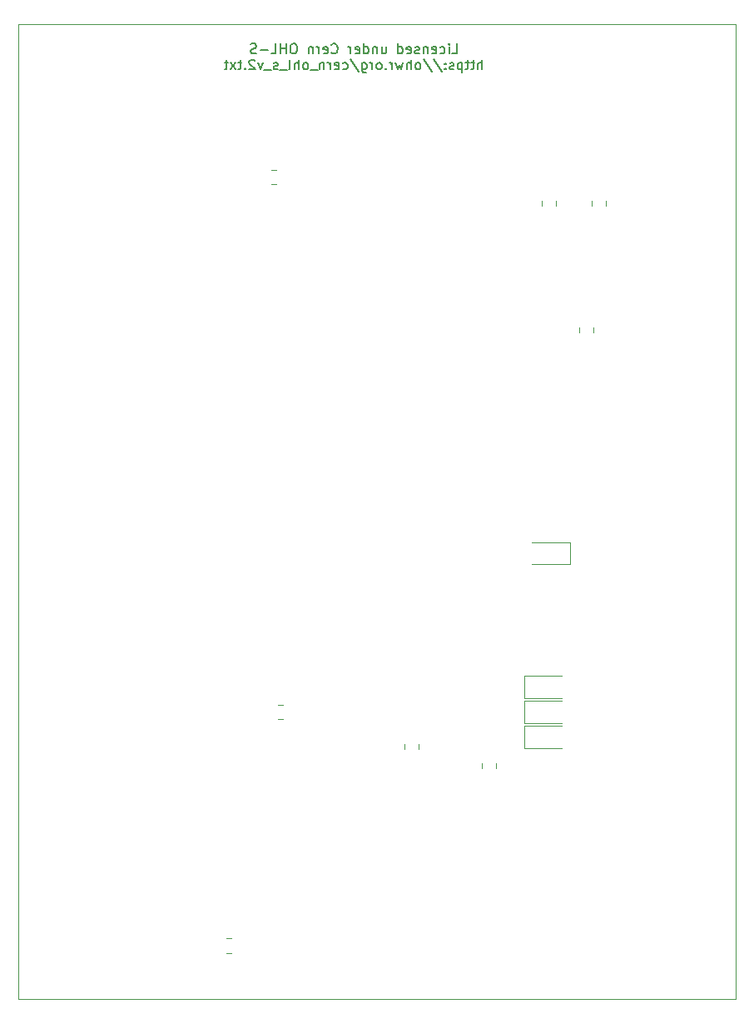
<source format=gbr>
%TF.GenerationSoftware,KiCad,Pcbnew,7.0.11+1*%
%TF.CreationDate,2024-05-07T21:52:51+02:00*%
%TF.ProjectId,QL_MiniTrump3,514c5f4d-696e-4695-9472-756d70332e6b,01*%
%TF.SameCoordinates,Original*%
%TF.FileFunction,Legend,Bot*%
%TF.FilePolarity,Positive*%
%FSLAX46Y46*%
G04 Gerber Fmt 4.6, Leading zero omitted, Abs format (unit mm)*
G04 Created by KiCad (PCBNEW 7.0.11+1) date 2024-05-07 21:52:51*
%MOMM*%
%LPD*%
G01*
G04 APERTURE LIST*
%ADD10C,0.150000*%
%ADD11C,0.120000*%
%TA.AperFunction,Profile*%
%ADD12C,0.050000*%
%TD*%
G04 APERTURE END LIST*
D10*
X172560001Y-47274819D02*
X173036191Y-47274819D01*
X173036191Y-47274819D02*
X173036191Y-46274819D01*
X172226667Y-47274819D02*
X172226667Y-46608152D01*
X172226667Y-46274819D02*
X172274286Y-46322438D01*
X172274286Y-46322438D02*
X172226667Y-46370057D01*
X172226667Y-46370057D02*
X172179048Y-46322438D01*
X172179048Y-46322438D02*
X172226667Y-46274819D01*
X172226667Y-46274819D02*
X172226667Y-46370057D01*
X171321906Y-47227200D02*
X171417144Y-47274819D01*
X171417144Y-47274819D02*
X171607620Y-47274819D01*
X171607620Y-47274819D02*
X171702858Y-47227200D01*
X171702858Y-47227200D02*
X171750477Y-47179580D01*
X171750477Y-47179580D02*
X171798096Y-47084342D01*
X171798096Y-47084342D02*
X171798096Y-46798628D01*
X171798096Y-46798628D02*
X171750477Y-46703390D01*
X171750477Y-46703390D02*
X171702858Y-46655771D01*
X171702858Y-46655771D02*
X171607620Y-46608152D01*
X171607620Y-46608152D02*
X171417144Y-46608152D01*
X171417144Y-46608152D02*
X171321906Y-46655771D01*
X170512382Y-47227200D02*
X170607620Y-47274819D01*
X170607620Y-47274819D02*
X170798096Y-47274819D01*
X170798096Y-47274819D02*
X170893334Y-47227200D01*
X170893334Y-47227200D02*
X170940953Y-47131961D01*
X170940953Y-47131961D02*
X170940953Y-46751009D01*
X170940953Y-46751009D02*
X170893334Y-46655771D01*
X170893334Y-46655771D02*
X170798096Y-46608152D01*
X170798096Y-46608152D02*
X170607620Y-46608152D01*
X170607620Y-46608152D02*
X170512382Y-46655771D01*
X170512382Y-46655771D02*
X170464763Y-46751009D01*
X170464763Y-46751009D02*
X170464763Y-46846247D01*
X170464763Y-46846247D02*
X170940953Y-46941485D01*
X170036191Y-46608152D02*
X170036191Y-47274819D01*
X170036191Y-46703390D02*
X169988572Y-46655771D01*
X169988572Y-46655771D02*
X169893334Y-46608152D01*
X169893334Y-46608152D02*
X169750477Y-46608152D01*
X169750477Y-46608152D02*
X169655239Y-46655771D01*
X169655239Y-46655771D02*
X169607620Y-46751009D01*
X169607620Y-46751009D02*
X169607620Y-47274819D01*
X169179048Y-47227200D02*
X169083810Y-47274819D01*
X169083810Y-47274819D02*
X168893334Y-47274819D01*
X168893334Y-47274819D02*
X168798096Y-47227200D01*
X168798096Y-47227200D02*
X168750477Y-47131961D01*
X168750477Y-47131961D02*
X168750477Y-47084342D01*
X168750477Y-47084342D02*
X168798096Y-46989104D01*
X168798096Y-46989104D02*
X168893334Y-46941485D01*
X168893334Y-46941485D02*
X169036191Y-46941485D01*
X169036191Y-46941485D02*
X169131429Y-46893866D01*
X169131429Y-46893866D02*
X169179048Y-46798628D01*
X169179048Y-46798628D02*
X169179048Y-46751009D01*
X169179048Y-46751009D02*
X169131429Y-46655771D01*
X169131429Y-46655771D02*
X169036191Y-46608152D01*
X169036191Y-46608152D02*
X168893334Y-46608152D01*
X168893334Y-46608152D02*
X168798096Y-46655771D01*
X167940953Y-47227200D02*
X168036191Y-47274819D01*
X168036191Y-47274819D02*
X168226667Y-47274819D01*
X168226667Y-47274819D02*
X168321905Y-47227200D01*
X168321905Y-47227200D02*
X168369524Y-47131961D01*
X168369524Y-47131961D02*
X168369524Y-46751009D01*
X168369524Y-46751009D02*
X168321905Y-46655771D01*
X168321905Y-46655771D02*
X168226667Y-46608152D01*
X168226667Y-46608152D02*
X168036191Y-46608152D01*
X168036191Y-46608152D02*
X167940953Y-46655771D01*
X167940953Y-46655771D02*
X167893334Y-46751009D01*
X167893334Y-46751009D02*
X167893334Y-46846247D01*
X167893334Y-46846247D02*
X168369524Y-46941485D01*
X167036191Y-47274819D02*
X167036191Y-46274819D01*
X167036191Y-47227200D02*
X167131429Y-47274819D01*
X167131429Y-47274819D02*
X167321905Y-47274819D01*
X167321905Y-47274819D02*
X167417143Y-47227200D01*
X167417143Y-47227200D02*
X167464762Y-47179580D01*
X167464762Y-47179580D02*
X167512381Y-47084342D01*
X167512381Y-47084342D02*
X167512381Y-46798628D01*
X167512381Y-46798628D02*
X167464762Y-46703390D01*
X167464762Y-46703390D02*
X167417143Y-46655771D01*
X167417143Y-46655771D02*
X167321905Y-46608152D01*
X167321905Y-46608152D02*
X167131429Y-46608152D01*
X167131429Y-46608152D02*
X167036191Y-46655771D01*
X165369524Y-46608152D02*
X165369524Y-47274819D01*
X165798095Y-46608152D02*
X165798095Y-47131961D01*
X165798095Y-47131961D02*
X165750476Y-47227200D01*
X165750476Y-47227200D02*
X165655238Y-47274819D01*
X165655238Y-47274819D02*
X165512381Y-47274819D01*
X165512381Y-47274819D02*
X165417143Y-47227200D01*
X165417143Y-47227200D02*
X165369524Y-47179580D01*
X164893333Y-46608152D02*
X164893333Y-47274819D01*
X164893333Y-46703390D02*
X164845714Y-46655771D01*
X164845714Y-46655771D02*
X164750476Y-46608152D01*
X164750476Y-46608152D02*
X164607619Y-46608152D01*
X164607619Y-46608152D02*
X164512381Y-46655771D01*
X164512381Y-46655771D02*
X164464762Y-46751009D01*
X164464762Y-46751009D02*
X164464762Y-47274819D01*
X163560000Y-47274819D02*
X163560000Y-46274819D01*
X163560000Y-47227200D02*
X163655238Y-47274819D01*
X163655238Y-47274819D02*
X163845714Y-47274819D01*
X163845714Y-47274819D02*
X163940952Y-47227200D01*
X163940952Y-47227200D02*
X163988571Y-47179580D01*
X163988571Y-47179580D02*
X164036190Y-47084342D01*
X164036190Y-47084342D02*
X164036190Y-46798628D01*
X164036190Y-46798628D02*
X163988571Y-46703390D01*
X163988571Y-46703390D02*
X163940952Y-46655771D01*
X163940952Y-46655771D02*
X163845714Y-46608152D01*
X163845714Y-46608152D02*
X163655238Y-46608152D01*
X163655238Y-46608152D02*
X163560000Y-46655771D01*
X162702857Y-47227200D02*
X162798095Y-47274819D01*
X162798095Y-47274819D02*
X162988571Y-47274819D01*
X162988571Y-47274819D02*
X163083809Y-47227200D01*
X163083809Y-47227200D02*
X163131428Y-47131961D01*
X163131428Y-47131961D02*
X163131428Y-46751009D01*
X163131428Y-46751009D02*
X163083809Y-46655771D01*
X163083809Y-46655771D02*
X162988571Y-46608152D01*
X162988571Y-46608152D02*
X162798095Y-46608152D01*
X162798095Y-46608152D02*
X162702857Y-46655771D01*
X162702857Y-46655771D02*
X162655238Y-46751009D01*
X162655238Y-46751009D02*
X162655238Y-46846247D01*
X162655238Y-46846247D02*
X163131428Y-46941485D01*
X162226666Y-47274819D02*
X162226666Y-46608152D01*
X162226666Y-46798628D02*
X162179047Y-46703390D01*
X162179047Y-46703390D02*
X162131428Y-46655771D01*
X162131428Y-46655771D02*
X162036190Y-46608152D01*
X162036190Y-46608152D02*
X161940952Y-46608152D01*
X160274285Y-47179580D02*
X160321904Y-47227200D01*
X160321904Y-47227200D02*
X160464761Y-47274819D01*
X160464761Y-47274819D02*
X160559999Y-47274819D01*
X160559999Y-47274819D02*
X160702856Y-47227200D01*
X160702856Y-47227200D02*
X160798094Y-47131961D01*
X160798094Y-47131961D02*
X160845713Y-47036723D01*
X160845713Y-47036723D02*
X160893332Y-46846247D01*
X160893332Y-46846247D02*
X160893332Y-46703390D01*
X160893332Y-46703390D02*
X160845713Y-46512914D01*
X160845713Y-46512914D02*
X160798094Y-46417676D01*
X160798094Y-46417676D02*
X160702856Y-46322438D01*
X160702856Y-46322438D02*
X160559999Y-46274819D01*
X160559999Y-46274819D02*
X160464761Y-46274819D01*
X160464761Y-46274819D02*
X160321904Y-46322438D01*
X160321904Y-46322438D02*
X160274285Y-46370057D01*
X159464761Y-47227200D02*
X159559999Y-47274819D01*
X159559999Y-47274819D02*
X159750475Y-47274819D01*
X159750475Y-47274819D02*
X159845713Y-47227200D01*
X159845713Y-47227200D02*
X159893332Y-47131961D01*
X159893332Y-47131961D02*
X159893332Y-46751009D01*
X159893332Y-46751009D02*
X159845713Y-46655771D01*
X159845713Y-46655771D02*
X159750475Y-46608152D01*
X159750475Y-46608152D02*
X159559999Y-46608152D01*
X159559999Y-46608152D02*
X159464761Y-46655771D01*
X159464761Y-46655771D02*
X159417142Y-46751009D01*
X159417142Y-46751009D02*
X159417142Y-46846247D01*
X159417142Y-46846247D02*
X159893332Y-46941485D01*
X158988570Y-47274819D02*
X158988570Y-46608152D01*
X158988570Y-46798628D02*
X158940951Y-46703390D01*
X158940951Y-46703390D02*
X158893332Y-46655771D01*
X158893332Y-46655771D02*
X158798094Y-46608152D01*
X158798094Y-46608152D02*
X158702856Y-46608152D01*
X158369522Y-46608152D02*
X158369522Y-47274819D01*
X158369522Y-46703390D02*
X158321903Y-46655771D01*
X158321903Y-46655771D02*
X158226665Y-46608152D01*
X158226665Y-46608152D02*
X158083808Y-46608152D01*
X158083808Y-46608152D02*
X157988570Y-46655771D01*
X157988570Y-46655771D02*
X157940951Y-46751009D01*
X157940951Y-46751009D02*
X157940951Y-47274819D01*
X156512379Y-46274819D02*
X156321903Y-46274819D01*
X156321903Y-46274819D02*
X156226665Y-46322438D01*
X156226665Y-46322438D02*
X156131427Y-46417676D01*
X156131427Y-46417676D02*
X156083808Y-46608152D01*
X156083808Y-46608152D02*
X156083808Y-46941485D01*
X156083808Y-46941485D02*
X156131427Y-47131961D01*
X156131427Y-47131961D02*
X156226665Y-47227200D01*
X156226665Y-47227200D02*
X156321903Y-47274819D01*
X156321903Y-47274819D02*
X156512379Y-47274819D01*
X156512379Y-47274819D02*
X156607617Y-47227200D01*
X156607617Y-47227200D02*
X156702855Y-47131961D01*
X156702855Y-47131961D02*
X156750474Y-46941485D01*
X156750474Y-46941485D02*
X156750474Y-46608152D01*
X156750474Y-46608152D02*
X156702855Y-46417676D01*
X156702855Y-46417676D02*
X156607617Y-46322438D01*
X156607617Y-46322438D02*
X156512379Y-46274819D01*
X155655236Y-47274819D02*
X155655236Y-46274819D01*
X155655236Y-46751009D02*
X155083808Y-46751009D01*
X155083808Y-47274819D02*
X155083808Y-46274819D01*
X154131427Y-47274819D02*
X154607617Y-47274819D01*
X154607617Y-47274819D02*
X154607617Y-46274819D01*
X153798093Y-46893866D02*
X153036189Y-46893866D01*
X152607617Y-47227200D02*
X152464760Y-47274819D01*
X152464760Y-47274819D02*
X152226665Y-47274819D01*
X152226665Y-47274819D02*
X152131427Y-47227200D01*
X152131427Y-47227200D02*
X152083808Y-47179580D01*
X152083808Y-47179580D02*
X152036189Y-47084342D01*
X152036189Y-47084342D02*
X152036189Y-46989104D01*
X152036189Y-46989104D02*
X152083808Y-46893866D01*
X152083808Y-46893866D02*
X152131427Y-46846247D01*
X152131427Y-46846247D02*
X152226665Y-46798628D01*
X152226665Y-46798628D02*
X152417141Y-46751009D01*
X152417141Y-46751009D02*
X152512379Y-46703390D01*
X152512379Y-46703390D02*
X152559998Y-46655771D01*
X152559998Y-46655771D02*
X152607617Y-46560533D01*
X152607617Y-46560533D02*
X152607617Y-46465295D01*
X152607617Y-46465295D02*
X152559998Y-46370057D01*
X152559998Y-46370057D02*
X152512379Y-46322438D01*
X152512379Y-46322438D02*
X152417141Y-46274819D01*
X152417141Y-46274819D02*
X152179046Y-46274819D01*
X152179046Y-46274819D02*
X152036189Y-46322438D01*
X175607620Y-48884819D02*
X175607620Y-47884819D01*
X175179049Y-48884819D02*
X175179049Y-48361009D01*
X175179049Y-48361009D02*
X175226668Y-48265771D01*
X175226668Y-48265771D02*
X175321906Y-48218152D01*
X175321906Y-48218152D02*
X175464763Y-48218152D01*
X175464763Y-48218152D02*
X175560001Y-48265771D01*
X175560001Y-48265771D02*
X175607620Y-48313390D01*
X174845715Y-48218152D02*
X174464763Y-48218152D01*
X174702858Y-47884819D02*
X174702858Y-48741961D01*
X174702858Y-48741961D02*
X174655239Y-48837200D01*
X174655239Y-48837200D02*
X174560001Y-48884819D01*
X174560001Y-48884819D02*
X174464763Y-48884819D01*
X174274286Y-48218152D02*
X173893334Y-48218152D01*
X174131429Y-47884819D02*
X174131429Y-48741961D01*
X174131429Y-48741961D02*
X174083810Y-48837200D01*
X174083810Y-48837200D02*
X173988572Y-48884819D01*
X173988572Y-48884819D02*
X173893334Y-48884819D01*
X173560000Y-48218152D02*
X173560000Y-49218152D01*
X173560000Y-48265771D02*
X173464762Y-48218152D01*
X173464762Y-48218152D02*
X173274286Y-48218152D01*
X173274286Y-48218152D02*
X173179048Y-48265771D01*
X173179048Y-48265771D02*
X173131429Y-48313390D01*
X173131429Y-48313390D02*
X173083810Y-48408628D01*
X173083810Y-48408628D02*
X173083810Y-48694342D01*
X173083810Y-48694342D02*
X173131429Y-48789580D01*
X173131429Y-48789580D02*
X173179048Y-48837200D01*
X173179048Y-48837200D02*
X173274286Y-48884819D01*
X173274286Y-48884819D02*
X173464762Y-48884819D01*
X173464762Y-48884819D02*
X173560000Y-48837200D01*
X172702857Y-48837200D02*
X172607619Y-48884819D01*
X172607619Y-48884819D02*
X172417143Y-48884819D01*
X172417143Y-48884819D02*
X172321905Y-48837200D01*
X172321905Y-48837200D02*
X172274286Y-48741961D01*
X172274286Y-48741961D02*
X172274286Y-48694342D01*
X172274286Y-48694342D02*
X172321905Y-48599104D01*
X172321905Y-48599104D02*
X172417143Y-48551485D01*
X172417143Y-48551485D02*
X172560000Y-48551485D01*
X172560000Y-48551485D02*
X172655238Y-48503866D01*
X172655238Y-48503866D02*
X172702857Y-48408628D01*
X172702857Y-48408628D02*
X172702857Y-48361009D01*
X172702857Y-48361009D02*
X172655238Y-48265771D01*
X172655238Y-48265771D02*
X172560000Y-48218152D01*
X172560000Y-48218152D02*
X172417143Y-48218152D01*
X172417143Y-48218152D02*
X172321905Y-48265771D01*
X171845714Y-48789580D02*
X171798095Y-48837200D01*
X171798095Y-48837200D02*
X171845714Y-48884819D01*
X171845714Y-48884819D02*
X171893333Y-48837200D01*
X171893333Y-48837200D02*
X171845714Y-48789580D01*
X171845714Y-48789580D02*
X171845714Y-48884819D01*
X171845714Y-48265771D02*
X171798095Y-48313390D01*
X171798095Y-48313390D02*
X171845714Y-48361009D01*
X171845714Y-48361009D02*
X171893333Y-48313390D01*
X171893333Y-48313390D02*
X171845714Y-48265771D01*
X171845714Y-48265771D02*
X171845714Y-48361009D01*
X170655239Y-47837200D02*
X171512381Y-49122914D01*
X169607620Y-47837200D02*
X170464762Y-49122914D01*
X169131429Y-48884819D02*
X169226667Y-48837200D01*
X169226667Y-48837200D02*
X169274286Y-48789580D01*
X169274286Y-48789580D02*
X169321905Y-48694342D01*
X169321905Y-48694342D02*
X169321905Y-48408628D01*
X169321905Y-48408628D02*
X169274286Y-48313390D01*
X169274286Y-48313390D02*
X169226667Y-48265771D01*
X169226667Y-48265771D02*
X169131429Y-48218152D01*
X169131429Y-48218152D02*
X168988572Y-48218152D01*
X168988572Y-48218152D02*
X168893334Y-48265771D01*
X168893334Y-48265771D02*
X168845715Y-48313390D01*
X168845715Y-48313390D02*
X168798096Y-48408628D01*
X168798096Y-48408628D02*
X168798096Y-48694342D01*
X168798096Y-48694342D02*
X168845715Y-48789580D01*
X168845715Y-48789580D02*
X168893334Y-48837200D01*
X168893334Y-48837200D02*
X168988572Y-48884819D01*
X168988572Y-48884819D02*
X169131429Y-48884819D01*
X168369524Y-48884819D02*
X168369524Y-47884819D01*
X167940953Y-48884819D02*
X167940953Y-48361009D01*
X167940953Y-48361009D02*
X167988572Y-48265771D01*
X167988572Y-48265771D02*
X168083810Y-48218152D01*
X168083810Y-48218152D02*
X168226667Y-48218152D01*
X168226667Y-48218152D02*
X168321905Y-48265771D01*
X168321905Y-48265771D02*
X168369524Y-48313390D01*
X167560000Y-48218152D02*
X167369524Y-48884819D01*
X167369524Y-48884819D02*
X167179048Y-48408628D01*
X167179048Y-48408628D02*
X166988572Y-48884819D01*
X166988572Y-48884819D02*
X166798096Y-48218152D01*
X166417143Y-48884819D02*
X166417143Y-48218152D01*
X166417143Y-48408628D02*
X166369524Y-48313390D01*
X166369524Y-48313390D02*
X166321905Y-48265771D01*
X166321905Y-48265771D02*
X166226667Y-48218152D01*
X166226667Y-48218152D02*
X166131429Y-48218152D01*
X165798095Y-48789580D02*
X165750476Y-48837200D01*
X165750476Y-48837200D02*
X165798095Y-48884819D01*
X165798095Y-48884819D02*
X165845714Y-48837200D01*
X165845714Y-48837200D02*
X165798095Y-48789580D01*
X165798095Y-48789580D02*
X165798095Y-48884819D01*
X165179048Y-48884819D02*
X165274286Y-48837200D01*
X165274286Y-48837200D02*
X165321905Y-48789580D01*
X165321905Y-48789580D02*
X165369524Y-48694342D01*
X165369524Y-48694342D02*
X165369524Y-48408628D01*
X165369524Y-48408628D02*
X165321905Y-48313390D01*
X165321905Y-48313390D02*
X165274286Y-48265771D01*
X165274286Y-48265771D02*
X165179048Y-48218152D01*
X165179048Y-48218152D02*
X165036191Y-48218152D01*
X165036191Y-48218152D02*
X164940953Y-48265771D01*
X164940953Y-48265771D02*
X164893334Y-48313390D01*
X164893334Y-48313390D02*
X164845715Y-48408628D01*
X164845715Y-48408628D02*
X164845715Y-48694342D01*
X164845715Y-48694342D02*
X164893334Y-48789580D01*
X164893334Y-48789580D02*
X164940953Y-48837200D01*
X164940953Y-48837200D02*
X165036191Y-48884819D01*
X165036191Y-48884819D02*
X165179048Y-48884819D01*
X164417143Y-48884819D02*
X164417143Y-48218152D01*
X164417143Y-48408628D02*
X164369524Y-48313390D01*
X164369524Y-48313390D02*
X164321905Y-48265771D01*
X164321905Y-48265771D02*
X164226667Y-48218152D01*
X164226667Y-48218152D02*
X164131429Y-48218152D01*
X163369524Y-48218152D02*
X163369524Y-49027676D01*
X163369524Y-49027676D02*
X163417143Y-49122914D01*
X163417143Y-49122914D02*
X163464762Y-49170533D01*
X163464762Y-49170533D02*
X163560000Y-49218152D01*
X163560000Y-49218152D02*
X163702857Y-49218152D01*
X163702857Y-49218152D02*
X163798095Y-49170533D01*
X163369524Y-48837200D02*
X163464762Y-48884819D01*
X163464762Y-48884819D02*
X163655238Y-48884819D01*
X163655238Y-48884819D02*
X163750476Y-48837200D01*
X163750476Y-48837200D02*
X163798095Y-48789580D01*
X163798095Y-48789580D02*
X163845714Y-48694342D01*
X163845714Y-48694342D02*
X163845714Y-48408628D01*
X163845714Y-48408628D02*
X163798095Y-48313390D01*
X163798095Y-48313390D02*
X163750476Y-48265771D01*
X163750476Y-48265771D02*
X163655238Y-48218152D01*
X163655238Y-48218152D02*
X163464762Y-48218152D01*
X163464762Y-48218152D02*
X163369524Y-48265771D01*
X162179048Y-47837200D02*
X163036190Y-49122914D01*
X161417143Y-48837200D02*
X161512381Y-48884819D01*
X161512381Y-48884819D02*
X161702857Y-48884819D01*
X161702857Y-48884819D02*
X161798095Y-48837200D01*
X161798095Y-48837200D02*
X161845714Y-48789580D01*
X161845714Y-48789580D02*
X161893333Y-48694342D01*
X161893333Y-48694342D02*
X161893333Y-48408628D01*
X161893333Y-48408628D02*
X161845714Y-48313390D01*
X161845714Y-48313390D02*
X161798095Y-48265771D01*
X161798095Y-48265771D02*
X161702857Y-48218152D01*
X161702857Y-48218152D02*
X161512381Y-48218152D01*
X161512381Y-48218152D02*
X161417143Y-48265771D01*
X160607619Y-48837200D02*
X160702857Y-48884819D01*
X160702857Y-48884819D02*
X160893333Y-48884819D01*
X160893333Y-48884819D02*
X160988571Y-48837200D01*
X160988571Y-48837200D02*
X161036190Y-48741961D01*
X161036190Y-48741961D02*
X161036190Y-48361009D01*
X161036190Y-48361009D02*
X160988571Y-48265771D01*
X160988571Y-48265771D02*
X160893333Y-48218152D01*
X160893333Y-48218152D02*
X160702857Y-48218152D01*
X160702857Y-48218152D02*
X160607619Y-48265771D01*
X160607619Y-48265771D02*
X160560000Y-48361009D01*
X160560000Y-48361009D02*
X160560000Y-48456247D01*
X160560000Y-48456247D02*
X161036190Y-48551485D01*
X160131428Y-48884819D02*
X160131428Y-48218152D01*
X160131428Y-48408628D02*
X160083809Y-48313390D01*
X160083809Y-48313390D02*
X160036190Y-48265771D01*
X160036190Y-48265771D02*
X159940952Y-48218152D01*
X159940952Y-48218152D02*
X159845714Y-48218152D01*
X159512380Y-48218152D02*
X159512380Y-48884819D01*
X159512380Y-48313390D02*
X159464761Y-48265771D01*
X159464761Y-48265771D02*
X159369523Y-48218152D01*
X159369523Y-48218152D02*
X159226666Y-48218152D01*
X159226666Y-48218152D02*
X159131428Y-48265771D01*
X159131428Y-48265771D02*
X159083809Y-48361009D01*
X159083809Y-48361009D02*
X159083809Y-48884819D01*
X158845714Y-48980057D02*
X158083809Y-48980057D01*
X157702856Y-48884819D02*
X157798094Y-48837200D01*
X157798094Y-48837200D02*
X157845713Y-48789580D01*
X157845713Y-48789580D02*
X157893332Y-48694342D01*
X157893332Y-48694342D02*
X157893332Y-48408628D01*
X157893332Y-48408628D02*
X157845713Y-48313390D01*
X157845713Y-48313390D02*
X157798094Y-48265771D01*
X157798094Y-48265771D02*
X157702856Y-48218152D01*
X157702856Y-48218152D02*
X157559999Y-48218152D01*
X157559999Y-48218152D02*
X157464761Y-48265771D01*
X157464761Y-48265771D02*
X157417142Y-48313390D01*
X157417142Y-48313390D02*
X157369523Y-48408628D01*
X157369523Y-48408628D02*
X157369523Y-48694342D01*
X157369523Y-48694342D02*
X157417142Y-48789580D01*
X157417142Y-48789580D02*
X157464761Y-48837200D01*
X157464761Y-48837200D02*
X157559999Y-48884819D01*
X157559999Y-48884819D02*
X157702856Y-48884819D01*
X156940951Y-48884819D02*
X156940951Y-47884819D01*
X156512380Y-48884819D02*
X156512380Y-48361009D01*
X156512380Y-48361009D02*
X156559999Y-48265771D01*
X156559999Y-48265771D02*
X156655237Y-48218152D01*
X156655237Y-48218152D02*
X156798094Y-48218152D01*
X156798094Y-48218152D02*
X156893332Y-48265771D01*
X156893332Y-48265771D02*
X156940951Y-48313390D01*
X155893332Y-48884819D02*
X155988570Y-48837200D01*
X155988570Y-48837200D02*
X156036189Y-48741961D01*
X156036189Y-48741961D02*
X156036189Y-47884819D01*
X155750475Y-48980057D02*
X154988570Y-48980057D01*
X154798093Y-48837200D02*
X154702855Y-48884819D01*
X154702855Y-48884819D02*
X154512379Y-48884819D01*
X154512379Y-48884819D02*
X154417141Y-48837200D01*
X154417141Y-48837200D02*
X154369522Y-48741961D01*
X154369522Y-48741961D02*
X154369522Y-48694342D01*
X154369522Y-48694342D02*
X154417141Y-48599104D01*
X154417141Y-48599104D02*
X154512379Y-48551485D01*
X154512379Y-48551485D02*
X154655236Y-48551485D01*
X154655236Y-48551485D02*
X154750474Y-48503866D01*
X154750474Y-48503866D02*
X154798093Y-48408628D01*
X154798093Y-48408628D02*
X154798093Y-48361009D01*
X154798093Y-48361009D02*
X154750474Y-48265771D01*
X154750474Y-48265771D02*
X154655236Y-48218152D01*
X154655236Y-48218152D02*
X154512379Y-48218152D01*
X154512379Y-48218152D02*
X154417141Y-48265771D01*
X154179046Y-48980057D02*
X153417141Y-48980057D01*
X153274283Y-48218152D02*
X153036188Y-48884819D01*
X153036188Y-48884819D02*
X152798093Y-48218152D01*
X152464759Y-47980057D02*
X152417140Y-47932438D01*
X152417140Y-47932438D02*
X152321902Y-47884819D01*
X152321902Y-47884819D02*
X152083807Y-47884819D01*
X152083807Y-47884819D02*
X151988569Y-47932438D01*
X151988569Y-47932438D02*
X151940950Y-47980057D01*
X151940950Y-47980057D02*
X151893331Y-48075295D01*
X151893331Y-48075295D02*
X151893331Y-48170533D01*
X151893331Y-48170533D02*
X151940950Y-48313390D01*
X151940950Y-48313390D02*
X152512378Y-48884819D01*
X152512378Y-48884819D02*
X151893331Y-48884819D01*
X151464759Y-48789580D02*
X151417140Y-48837200D01*
X151417140Y-48837200D02*
X151464759Y-48884819D01*
X151464759Y-48884819D02*
X151512378Y-48837200D01*
X151512378Y-48837200D02*
X151464759Y-48789580D01*
X151464759Y-48789580D02*
X151464759Y-48884819D01*
X151131426Y-48218152D02*
X150750474Y-48218152D01*
X150988569Y-47884819D02*
X150988569Y-48741961D01*
X150988569Y-48741961D02*
X150940950Y-48837200D01*
X150940950Y-48837200D02*
X150845712Y-48884819D01*
X150845712Y-48884819D02*
X150750474Y-48884819D01*
X150512378Y-48884819D02*
X149988569Y-48218152D01*
X150512378Y-48218152D02*
X149988569Y-48884819D01*
X149750473Y-48218152D02*
X149369521Y-48218152D01*
X149607616Y-47884819D02*
X149607616Y-48741961D01*
X149607616Y-48741961D02*
X149559997Y-48837200D01*
X149559997Y-48837200D02*
X149464759Y-48884819D01*
X149464759Y-48884819D02*
X149369521Y-48884819D01*
D11*
%TO.C,C15*%
X181637000Y-62745252D02*
X181637000Y-62222748D01*
X183107000Y-62745252D02*
X183107000Y-62222748D01*
%TO.C,C3*%
X175541000Y-119895252D02*
X175541000Y-119372748D01*
X177011000Y-119895252D02*
X177011000Y-119372748D01*
%TO.C,D8*%
X179843000Y-115583000D02*
X183728000Y-115583000D01*
X179843000Y-117853000D02*
X179843000Y-115583000D01*
X183728000Y-117853000D02*
X179843000Y-117853000D01*
%TO.C,C13*%
X186717000Y-62745252D02*
X186717000Y-62222748D01*
X188187000Y-62745252D02*
X188187000Y-62222748D01*
%TO.C,C12*%
X169137000Y-117401748D02*
X169137000Y-117924252D01*
X167667000Y-117401748D02*
X167667000Y-117924252D01*
%TO.C,D1*%
X184530000Y-99179000D02*
X180645000Y-99179000D01*
X184530000Y-96909000D02*
X184530000Y-99179000D01*
X180645000Y-96909000D02*
X184530000Y-96909000D01*
%TO.C,D7*%
X179843000Y-113043000D02*
X183728000Y-113043000D01*
X179843000Y-115313000D02*
X179843000Y-113043000D01*
X183728000Y-115313000D02*
X179843000Y-115313000D01*
%TO.C,C4*%
X154170748Y-59082000D02*
X154693252Y-59082000D01*
X154170748Y-60552000D02*
X154693252Y-60552000D01*
%TO.C,C2*%
X185447000Y-75633252D02*
X185447000Y-75110748D01*
X186917000Y-75633252D02*
X186917000Y-75110748D01*
%TO.C,D6*%
X179843000Y-110503000D02*
X183728000Y-110503000D01*
X179843000Y-112773000D02*
X179843000Y-110503000D01*
X183728000Y-112773000D02*
X179843000Y-112773000D01*
%TO.C,C1*%
X150121252Y-138657000D02*
X149598748Y-138657000D01*
X150121252Y-137187000D02*
X149598748Y-137187000D01*
%TO.C,C10*%
X155338252Y-114903000D02*
X154815748Y-114903000D01*
X155338252Y-113433000D02*
X154815748Y-113433000D01*
%TD*%
D12*
X201422000Y-44323000D02*
X128397000Y-44323000D01*
X201422000Y-143383000D02*
X201422000Y-44323000D01*
X128397000Y-44323000D02*
X128397000Y-143383000D01*
X128397000Y-143383000D02*
X201422000Y-143383000D01*
M02*

</source>
